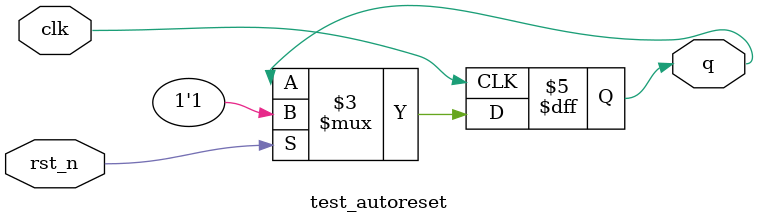
<source format=v>
module test_autoreset (
    input wire clk,
    input wire rst_n,
    output reg q
);
always @(posedge clk or negedge rst_n) begin
  if (!rst_n) begin
    /*AUTORESET*/
  end else begin
    q <= 1'b1;
  end
end
endmodule

</source>
